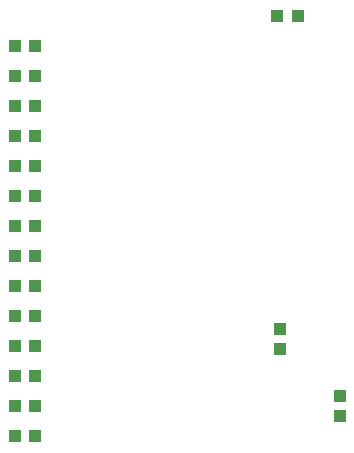
<source format=gbr>
G04 EAGLE Gerber X2 export*
%TF.Part,Single*%
%TF.FileFunction,Paste,Bot*%
%TF.FilePolarity,Positive*%
%TF.GenerationSoftware,Autodesk,EAGLE,8.6.3*%
%TF.CreationDate,2018-11-13T19:06:48Z*%
G75*
%MOMM*%
%FSLAX34Y34*%
%LPD*%
%AMOC8*
5,1,8,0,0,1.08239X$1,22.5*%
G01*
%ADD10R,1.100000X1.000000*%
%ADD11R,1.000000X1.100000*%


D10*
X243450Y349250D03*
X226450Y349250D03*
X243450Y374650D03*
X226450Y374650D03*
X243450Y298450D03*
X226450Y298450D03*
X243450Y323850D03*
X226450Y323850D03*
X243450Y247650D03*
X226450Y247650D03*
X243450Y273050D03*
X226450Y273050D03*
X243450Y95250D03*
X226450Y95250D03*
X243450Y120650D03*
X226450Y120650D03*
X243450Y196850D03*
X226450Y196850D03*
X243450Y222250D03*
X226450Y222250D03*
X243450Y146050D03*
X226450Y146050D03*
X243450Y171450D03*
X226450Y171450D03*
X243450Y44450D03*
X226450Y44450D03*
X243450Y69850D03*
X226450Y69850D03*
X465700Y400050D03*
X448700Y400050D03*
D11*
X501650Y61350D03*
X501650Y78350D03*
X450850Y135500D03*
X450850Y118500D03*
M02*

</source>
